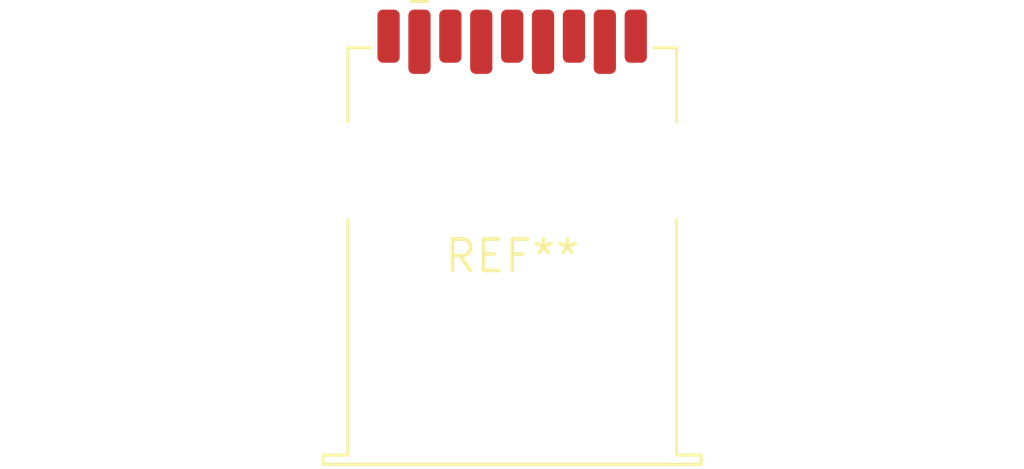
<source format=kicad_pcb>
(kicad_pcb (version 20240108) (generator pcbnew)
  (layers (0 "F.Cu" signal) (31 "B.Cu" signal) (34 "B.Paste" user) (35 "F.Paste" user) (36 "B.SilkS" user "B.Silkscreen") (37 "F.SilkS" user "F.Silkscreen") (38 "B.Mask" user) (39 "F.Mask" user) (44 "Edge.Cuts" user))
  (net 0 "")
  (footprint "USB3_A_Receptacle_Wuerth_692122030100" (layer "F.Cu") (at 0 0)
    (property "Reference" "REF**")
    (property "Value" "USB3_A_Receptacle_Wuerth_692122030100")
    (fp_line (start -7.65 8.05) (end -6.65 8.05) (layer "F.SilkS") (stroke (width 0.12)))
    (fp_line (start -7.65 8.425) (end -7.65 8.05) (layer "F.SilkS") (stroke (width 0.12)))
    (fp_line (start -7.65 8.425) (end 7.65 8.425) (layer "F.SilkS") (stroke (width 0.12)))
    (fp_line (start -6.65 -8.425) (end -6.65 -5.425) (layer "F.SilkS") (stroke (width 0.12)))
    (fp_line (start -6.65 8.05) (end -6.65 -1.475) (layer "F.SilkS") (stroke (width 0.12)))
    (fp_line (start -5.725 -8.425) (end -6.65 -8.425) (layer "F.SilkS") (stroke (width 0.12)))
    (fp_line (start -3.4 -10.3) (end -4.1 -10.3) (layer "F.SilkS") (stroke (width 0.12)))
    (fp_line (start 5.725 -8.425) (end 6.65 -8.425) (layer "F.SilkS") (stroke (width 0.12)))
    (fp_line (start 6.65 -8.425) (end 6.65 -5.425) (layer "F.SilkS") (stroke (width 0.12)))
    (fp_line (start 6.65 8.05) (end 6.65 -1.475) (layer "F.SilkS") (stroke (width 0.12)))
    (fp_line (start 7.65 8.05) (end 6.65 8.05) (layer "F.SilkS") (stroke (width 0.12)))
    (fp_line (start 7.65 8.425) (end 7.65 8.05) (layer "F.SilkS") (stroke (width 0.12)))
    (pad "" np_thru_hole circle (at -3.4 -3.45) (size 2 2) (drill 2) (layers F&B.Cu *.Mask))
    (pad "" np_thru_hole circle (at 3.4 -3.45) (size 2 2) (drill 2) (layers F&B.Cu *.Mask))
    (pad "1" smd roundrect (at -3.75 -8.67) (size 0.9 2.6) (layers "F.Cu" "F.Paste" "F.Mask"))
    (pad "2" smd roundrect (at -1.25 -8.67) (size 0.9 2.6) (layers "F.Cu" "F.Paste" "F.Mask"))
    (pad "3" smd roundrect (at 1.25 -8.67) (size 0.9 2.6) (layers "F.Cu" "F.Paste" "F.Mask"))
    (pad "4" smd roundrect (at 3.75 -8.67) (size 0.9 2.6) (layers "F.Cu" "F.Paste" "F.Mask"))
    (pad "5" smd roundrect (at 5 -8.895) (size 0.9 2.15) (layers "F.Cu" "F.Paste" "F.Mask"))
    (pad "6" smd roundrect (at 2.5 -8.895) (size 0.9 2.15) (layers "F.Cu" "F.Paste" "F.Mask"))
    (pad "7" smd roundrect (at 0 -8.895) (size 0.9 2.15) (layers "F.Cu" "F.Paste" "F.Mask"))
    (pad "8" smd roundrect (at -2.5 -8.895) (size 0.9 2.15) (layers "F.Cu" "F.Paste" "F.Mask"))
    (pad "9" smd roundrect (at -5 -8.895) (size 0.9 2.15) (layers "F.Cu" "F.Paste" "F.Mask"))
    (pad "10" thru_hole oval (at -6.8 -3.45) (size 2.52 3.4) (drill oval 1.12 2) (layers *.Cu *.Mask) (remove_unused_layers))
    (pad "10" thru_hole oval (at 6.8 -3.45) (size 2.52 3.4) (drill oval 1.12 2) (layers *.Cu *.Mask) (remove_unused_layers))
  )
)
</source>
